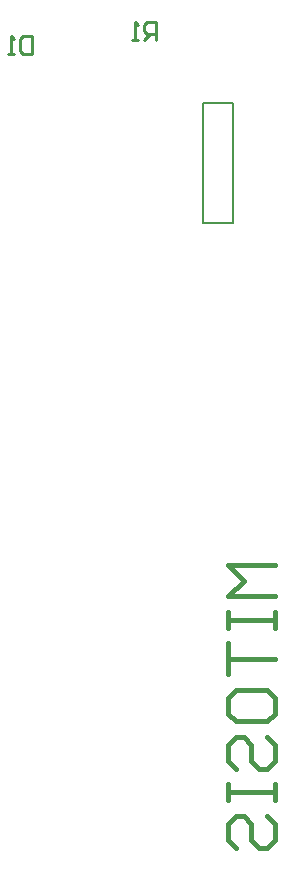
<source format=gbo>
G04*
G04 #@! TF.GenerationSoftware,Altium Limited,Altium Designer,23.0.1 (38)*
G04*
G04 Layer_Color=32896*
%FSLAX44Y44*%
%MOMM*%
G71*
G04*
G04 #@! TF.SameCoordinates,0B1D91C4-5DF2-49A7-A8E5-8765CD2E41FD*
G04*
G04*
G04 #@! TF.FilePolarity,Positive*
G04*
G01*
G75*
%ADD10C,0.4000*%
%ADD30C,0.2540*%
%ADD49C,0.2000*%
D10*
X1330527Y527841D02*
X1290540D01*
X1303869Y514512D01*
X1290540Y501183D01*
X1330527D01*
X1290540Y487854D02*
Y474524D01*
Y481189D01*
X1330527D01*
Y487854D01*
Y474524D01*
X1290540Y461841D02*
Y435183D01*
Y448512D01*
X1330527D01*
X1290540Y401860D02*
Y415189D01*
X1297205Y421854D01*
X1323863D01*
X1330527Y415189D01*
Y401860D01*
X1323863Y395196D01*
X1297205D01*
X1290540Y401860D01*
X1297205Y355209D02*
X1290540Y361873D01*
Y375202D01*
X1297205Y381866D01*
X1303869D01*
X1310534Y375202D01*
Y361873D01*
X1317198Y355209D01*
X1323863D01*
X1330527Y361873D01*
Y375202D01*
X1323863Y381866D01*
X1290540Y341879D02*
Y328550D01*
Y335215D01*
X1330527D01*
Y341879D01*
Y328550D01*
X1297205Y288183D02*
X1290540Y294847D01*
Y308176D01*
X1297205Y314841D01*
X1303869D01*
X1310534Y308176D01*
Y294847D01*
X1317198Y288183D01*
X1323863D01*
X1330527Y294847D01*
Y308176D01*
X1323863Y314841D01*
D30*
X1125000Y975235D02*
Y960000D01*
X1117383D01*
X1114843Y962539D01*
Y972696D01*
X1117383Y975235D01*
X1125000D01*
X1109765Y960000D02*
X1104687D01*
X1107226D01*
Y975235D01*
X1109765Y972696D01*
X1230000Y972500D02*
Y987735D01*
X1222383D01*
X1219843Y985196D01*
Y980117D01*
X1222383Y977578D01*
X1230000D01*
X1224922D02*
X1219843Y972500D01*
X1214765D02*
X1209687D01*
X1212226D01*
Y987735D01*
X1214765Y985196D01*
D49*
X1269800Y816900D02*
X1295200D01*
Y918500D01*
X1269800Y816900D02*
Y918500D01*
X1295200D01*
M02*

</source>
